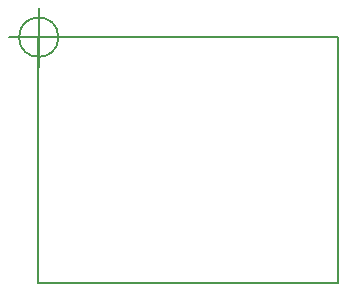
<source format=gbr>
G04 #@! TF.GenerationSoftware,KiCad,Pcbnew,5.0.0*
G04 #@! TF.CreationDate,2018-08-13T16:41:50-03:00*
G04 #@! TF.ProjectId,drv18,64727631382E6B696361645F70636200,rev?*
G04 #@! TF.SameCoordinates,Original*
G04 #@! TF.FileFunction,Profile,NP*
%FSLAX46Y46*%
G04 Gerber Fmt 4.6, Leading zero omitted, Abs format (unit mm)*
G04 Created by KiCad (PCBNEW 5.0.0) date Mon Aug 13 16:41:50 2018*
%MOMM*%
%LPD*%
G01*
G04 APERTURE LIST*
%ADD10C,0.150000*%
G04 APERTURE END LIST*
D10*
X147678730Y-79000000D02*
G75*
G03X147678730Y-79000000I-1666666J0D01*
G01*
X143512064Y-79000000D02*
X148512064Y-79000000D01*
X146012064Y-76500000D02*
X146012064Y-81500000D01*
X145992000Y-79000000D02*
X171392000Y-79000000D01*
X145992000Y-99750000D02*
X145992000Y-79000000D01*
X171392000Y-99828000D02*
X145992000Y-99828000D01*
X171392000Y-79000000D02*
X171392000Y-99828000D01*
M02*

</source>
